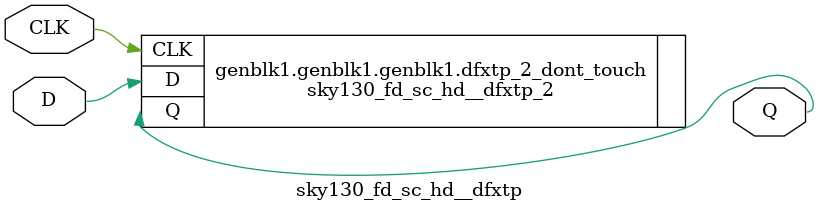
<source format=v>
`default_nettype none

module sky130_fd_sc_hd__dfxtp #(
    parameter integer DRIVE_LEVEL = 2,
    parameter integer DONT_TOUCH = 1
) (
    Q,
    CLK,
    D
);

    // Module ports
    output Q;
    input  CLK;
    input  D;

    generate
        if (DONT_TOUCH == 0) begin
        if (DRIVE_LEVEL == 1) begin
            (* keep , syn_keep *) sky130_fd_sc_hd__dfxtp_1 dfxtp_1 (
`ifdef USE_POWER_PINS
                .VPWR    (1'b1),
                .VGND    (1'b0),
                .VPB     (1'b1),
                .VNB     (1'b0),
`endif
                .Q       (Q),
                .CLK     (CLK),
                .D       (D)
            );
        end else if (DRIVE_LEVEL == 2) begin
            (* keep , syn_keep *) sky130_fd_sc_hd__dfxtp_2 dfxtp_2 (
`ifdef USE_POWER_PINS
                .VPWR    (1'b1),
                .VGND    (1'b0),
                .VPB     (1'b1),
                .VNB     (1'b0),
`endif
                .Q       (Q),
                .CLK     (CLK),
                .D       (D)
            );
        end else if (DRIVE_LEVEL == 4) begin
            (* keep , syn_keep *) sky130_fd_sc_hd__dfxtp_4 dfxtp_4 (
`ifdef USE_POWER_PINS
                .VPWR    (1'b1),
                .VGND    (1'b0),
                .VPB     (1'b1),
                .VNB     (1'b0),
`endif
                .Q       (Q),
                .CLK     (CLK),
                .D       (D)
            );
        end else begin
            // Check sky130 cell library for your requirement and add case
            $error("DRIVE_LEVEL=%d is not implemented for sky130_fd_sc_hd__dfxtp", DRIVE_LEVEL);
        end

        end else begin
        if (DRIVE_LEVEL == 1) begin
            // dont_touch: to force drive level
            (* keep , syn_keep , dont_touch *) sky130_fd_sc_hd__dfxtp_1 dfxtp_1_dont_touch (
`ifdef USE_POWER_PINS
                .VPWR    (1'b1),
                .VGND    (1'b0),
                .VPB     (1'b1),
                .VNB     (1'b0),
`endif
                .Q       (Q),
                .CLK     (CLK),
                .D       (D)
            );
        end else if (DRIVE_LEVEL == 2) begin
            (* keep , syn_keep , dont_touch *) sky130_fd_sc_hd__dfxtp_2 dfxtp_2_dont_touch (
`ifdef USE_POWER_PINS
                .VPWR    (1'b1),
                .VGND    (1'b0),
                .VPB     (1'b1),
                .VNB     (1'b0),
`endif
                .Q       (Q),
                .CLK     (CLK),
                .D       (D)
            );
        end else if (DRIVE_LEVEL == 4) begin
            (* keep , syn_keep , dont_touch *) sky130_fd_sc_hd__dfxtp_4 dfxtp_4_dont_touch (
`ifdef USE_POWER_PINS
                .VPWR    (1'b1),
                .VGND    (1'b0),
                .VPB     (1'b1),
                .VNB     (1'b0),
`endif
                .Q       (Q),
                .CLK     (CLK),
                .D       (D)
            );
        end else begin
            // Check sky130 cell library for your requirement and add case
            $error("DRIVE_LEVEL=%d is not implemented for sky130_fd_sc_hd__dfxtp", DRIVE_LEVEL);
        end
        end
    endgenerate

endmodule

</source>
